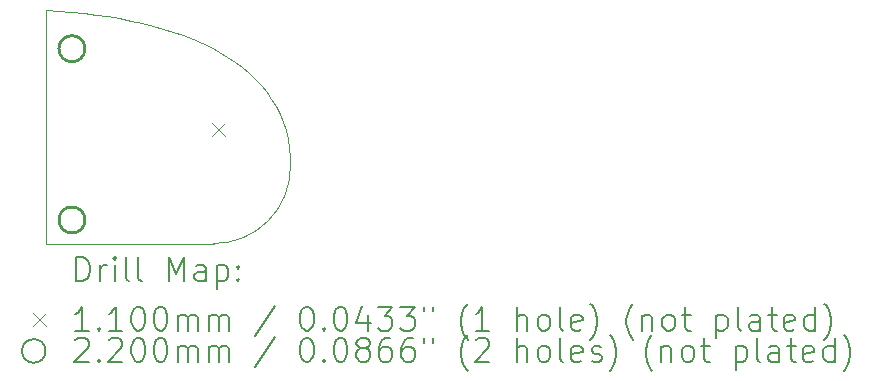
<source format=gbr>
%TF.GenerationSoftware,KiCad,Pcbnew,7.0.5*%
%TF.CreationDate,2023-06-18T14:48:46+02:00*%
%TF.ProjectId,LH_RKJXM1015004_thumb,4c485f52-4b4a-4584-9d31-303135303034,rev?*%
%TF.SameCoordinates,Original*%
%TF.FileFunction,Drillmap*%
%TF.FilePolarity,Positive*%
%FSLAX45Y45*%
G04 Gerber Fmt 4.5, Leading zero omitted, Abs format (unit mm)*
G04 Created by KiCad (PCBNEW 7.0.5) date 2023-06-18 14:48:46*
%MOMM*%
%LPD*%
G01*
G04 APERTURE LIST*
%ADD10C,0.100000*%
%ADD11C,0.200000*%
%ADD12C,0.110000*%
%ADD13C,0.220000*%
G04 APERTURE END LIST*
D10*
X7600001Y-4500001D02*
X6181686Y-4500001D01*
X7600001Y-4500001D02*
G75*
G03*
X8250001Y-3850001I-1J650001D01*
G01*
X6181686Y-2520161D02*
X6181686Y-4500001D01*
X6181686Y-2520161D02*
X6289183Y-2528051D01*
X6395148Y-2537625D01*
X6499459Y-2548932D01*
X6601990Y-2562022D01*
X6702619Y-2576942D01*
X6801223Y-2593741D01*
X6897678Y-2612469D01*
X6991861Y-2633174D01*
X7083649Y-2655904D01*
X7172918Y-2680709D01*
X7259545Y-2707637D01*
X7343406Y-2736738D01*
X7424379Y-2768059D01*
X7502340Y-2801650D01*
X7577166Y-2837560D01*
X7648733Y-2875836D01*
X7716918Y-2916529D01*
X7781598Y-2959686D01*
X7842649Y-3005357D01*
X7899949Y-3053591D01*
X7953373Y-3104435D01*
X8002798Y-3157939D01*
X8048102Y-3214152D01*
X8089160Y-3273122D01*
X8125850Y-3334898D01*
X8158048Y-3399529D01*
X8185631Y-3467064D01*
X8208475Y-3537551D01*
X8226458Y-3611040D01*
X8239455Y-3687578D01*
X8247344Y-3767216D01*
X8250001Y-3850001D01*
D11*
D12*
X7583895Y-3481173D02*
X7693895Y-3591173D01*
X7693895Y-3481173D02*
X7583895Y-3591173D01*
D13*
X6510000Y-2850000D02*
G75*
G03*
X6510000Y-2850000I-110000J0D01*
G01*
X6510000Y-4300000D02*
G75*
G03*
X6510000Y-4300000I-110000J0D01*
G01*
D11*
X6437462Y-4816485D02*
X6437462Y-4616485D01*
X6437462Y-4616485D02*
X6485081Y-4616485D01*
X6485081Y-4616485D02*
X6513653Y-4626009D01*
X6513653Y-4626009D02*
X6532700Y-4645056D01*
X6532700Y-4645056D02*
X6542224Y-4664104D01*
X6542224Y-4664104D02*
X6551748Y-4702199D01*
X6551748Y-4702199D02*
X6551748Y-4730770D01*
X6551748Y-4730770D02*
X6542224Y-4768866D01*
X6542224Y-4768866D02*
X6532700Y-4787913D01*
X6532700Y-4787913D02*
X6513653Y-4806961D01*
X6513653Y-4806961D02*
X6485081Y-4816485D01*
X6485081Y-4816485D02*
X6437462Y-4816485D01*
X6637462Y-4816485D02*
X6637462Y-4683151D01*
X6637462Y-4721247D02*
X6646986Y-4702199D01*
X6646986Y-4702199D02*
X6656510Y-4692675D01*
X6656510Y-4692675D02*
X6675558Y-4683151D01*
X6675558Y-4683151D02*
X6694605Y-4683151D01*
X6761272Y-4816485D02*
X6761272Y-4683151D01*
X6761272Y-4616485D02*
X6751748Y-4626009D01*
X6751748Y-4626009D02*
X6761272Y-4635532D01*
X6761272Y-4635532D02*
X6770796Y-4626009D01*
X6770796Y-4626009D02*
X6761272Y-4616485D01*
X6761272Y-4616485D02*
X6761272Y-4635532D01*
X6885081Y-4816485D02*
X6866034Y-4806961D01*
X6866034Y-4806961D02*
X6856510Y-4787913D01*
X6856510Y-4787913D02*
X6856510Y-4616485D01*
X6989843Y-4816485D02*
X6970796Y-4806961D01*
X6970796Y-4806961D02*
X6961272Y-4787913D01*
X6961272Y-4787913D02*
X6961272Y-4616485D01*
X7218415Y-4816485D02*
X7218415Y-4616485D01*
X7218415Y-4616485D02*
X7285081Y-4759342D01*
X7285081Y-4759342D02*
X7351748Y-4616485D01*
X7351748Y-4616485D02*
X7351748Y-4816485D01*
X7532700Y-4816485D02*
X7532700Y-4711723D01*
X7532700Y-4711723D02*
X7523177Y-4692675D01*
X7523177Y-4692675D02*
X7504129Y-4683151D01*
X7504129Y-4683151D02*
X7466034Y-4683151D01*
X7466034Y-4683151D02*
X7446986Y-4692675D01*
X7532700Y-4806961D02*
X7513653Y-4816485D01*
X7513653Y-4816485D02*
X7466034Y-4816485D01*
X7466034Y-4816485D02*
X7446986Y-4806961D01*
X7446986Y-4806961D02*
X7437462Y-4787913D01*
X7437462Y-4787913D02*
X7437462Y-4768866D01*
X7437462Y-4768866D02*
X7446986Y-4749818D01*
X7446986Y-4749818D02*
X7466034Y-4740294D01*
X7466034Y-4740294D02*
X7513653Y-4740294D01*
X7513653Y-4740294D02*
X7532700Y-4730770D01*
X7627939Y-4683151D02*
X7627939Y-4883151D01*
X7627939Y-4692675D02*
X7646986Y-4683151D01*
X7646986Y-4683151D02*
X7685081Y-4683151D01*
X7685081Y-4683151D02*
X7704129Y-4692675D01*
X7704129Y-4692675D02*
X7713653Y-4702199D01*
X7713653Y-4702199D02*
X7723177Y-4721247D01*
X7723177Y-4721247D02*
X7723177Y-4778389D01*
X7723177Y-4778389D02*
X7713653Y-4797437D01*
X7713653Y-4797437D02*
X7704129Y-4806961D01*
X7704129Y-4806961D02*
X7685081Y-4816485D01*
X7685081Y-4816485D02*
X7646986Y-4816485D01*
X7646986Y-4816485D02*
X7627939Y-4806961D01*
X7808891Y-4797437D02*
X7818415Y-4806961D01*
X7818415Y-4806961D02*
X7808891Y-4816485D01*
X7808891Y-4816485D02*
X7799367Y-4806961D01*
X7799367Y-4806961D02*
X7808891Y-4797437D01*
X7808891Y-4797437D02*
X7808891Y-4816485D01*
X7808891Y-4692675D02*
X7818415Y-4702199D01*
X7818415Y-4702199D02*
X7808891Y-4711723D01*
X7808891Y-4711723D02*
X7799367Y-4702199D01*
X7799367Y-4702199D02*
X7808891Y-4692675D01*
X7808891Y-4692675D02*
X7808891Y-4711723D01*
D12*
X6066686Y-5090001D02*
X6176686Y-5200001D01*
X6176686Y-5090001D02*
X6066686Y-5200001D01*
D11*
X6542224Y-5236485D02*
X6427939Y-5236485D01*
X6485081Y-5236485D02*
X6485081Y-5036485D01*
X6485081Y-5036485D02*
X6466034Y-5065056D01*
X6466034Y-5065056D02*
X6446986Y-5084104D01*
X6446986Y-5084104D02*
X6427939Y-5093628D01*
X6627939Y-5217437D02*
X6637462Y-5226961D01*
X6637462Y-5226961D02*
X6627939Y-5236485D01*
X6627939Y-5236485D02*
X6618415Y-5226961D01*
X6618415Y-5226961D02*
X6627939Y-5217437D01*
X6627939Y-5217437D02*
X6627939Y-5236485D01*
X6827939Y-5236485D02*
X6713653Y-5236485D01*
X6770796Y-5236485D02*
X6770796Y-5036485D01*
X6770796Y-5036485D02*
X6751748Y-5065056D01*
X6751748Y-5065056D02*
X6732700Y-5084104D01*
X6732700Y-5084104D02*
X6713653Y-5093628D01*
X6951748Y-5036485D02*
X6970796Y-5036485D01*
X6970796Y-5036485D02*
X6989843Y-5046009D01*
X6989843Y-5046009D02*
X6999367Y-5055532D01*
X6999367Y-5055532D02*
X7008891Y-5074580D01*
X7008891Y-5074580D02*
X7018415Y-5112675D01*
X7018415Y-5112675D02*
X7018415Y-5160294D01*
X7018415Y-5160294D02*
X7008891Y-5198389D01*
X7008891Y-5198389D02*
X6999367Y-5217437D01*
X6999367Y-5217437D02*
X6989843Y-5226961D01*
X6989843Y-5226961D02*
X6970796Y-5236485D01*
X6970796Y-5236485D02*
X6951748Y-5236485D01*
X6951748Y-5236485D02*
X6932700Y-5226961D01*
X6932700Y-5226961D02*
X6923177Y-5217437D01*
X6923177Y-5217437D02*
X6913653Y-5198389D01*
X6913653Y-5198389D02*
X6904129Y-5160294D01*
X6904129Y-5160294D02*
X6904129Y-5112675D01*
X6904129Y-5112675D02*
X6913653Y-5074580D01*
X6913653Y-5074580D02*
X6923177Y-5055532D01*
X6923177Y-5055532D02*
X6932700Y-5046009D01*
X6932700Y-5046009D02*
X6951748Y-5036485D01*
X7142224Y-5036485D02*
X7161272Y-5036485D01*
X7161272Y-5036485D02*
X7180320Y-5046009D01*
X7180320Y-5046009D02*
X7189843Y-5055532D01*
X7189843Y-5055532D02*
X7199367Y-5074580D01*
X7199367Y-5074580D02*
X7208891Y-5112675D01*
X7208891Y-5112675D02*
X7208891Y-5160294D01*
X7208891Y-5160294D02*
X7199367Y-5198389D01*
X7199367Y-5198389D02*
X7189843Y-5217437D01*
X7189843Y-5217437D02*
X7180320Y-5226961D01*
X7180320Y-5226961D02*
X7161272Y-5236485D01*
X7161272Y-5236485D02*
X7142224Y-5236485D01*
X7142224Y-5236485D02*
X7123177Y-5226961D01*
X7123177Y-5226961D02*
X7113653Y-5217437D01*
X7113653Y-5217437D02*
X7104129Y-5198389D01*
X7104129Y-5198389D02*
X7094605Y-5160294D01*
X7094605Y-5160294D02*
X7094605Y-5112675D01*
X7094605Y-5112675D02*
X7104129Y-5074580D01*
X7104129Y-5074580D02*
X7113653Y-5055532D01*
X7113653Y-5055532D02*
X7123177Y-5046009D01*
X7123177Y-5046009D02*
X7142224Y-5036485D01*
X7294605Y-5236485D02*
X7294605Y-5103151D01*
X7294605Y-5122199D02*
X7304129Y-5112675D01*
X7304129Y-5112675D02*
X7323177Y-5103151D01*
X7323177Y-5103151D02*
X7351748Y-5103151D01*
X7351748Y-5103151D02*
X7370796Y-5112675D01*
X7370796Y-5112675D02*
X7380320Y-5131723D01*
X7380320Y-5131723D02*
X7380320Y-5236485D01*
X7380320Y-5131723D02*
X7389843Y-5112675D01*
X7389843Y-5112675D02*
X7408891Y-5103151D01*
X7408891Y-5103151D02*
X7437462Y-5103151D01*
X7437462Y-5103151D02*
X7456510Y-5112675D01*
X7456510Y-5112675D02*
X7466034Y-5131723D01*
X7466034Y-5131723D02*
X7466034Y-5236485D01*
X7561272Y-5236485D02*
X7561272Y-5103151D01*
X7561272Y-5122199D02*
X7570796Y-5112675D01*
X7570796Y-5112675D02*
X7589843Y-5103151D01*
X7589843Y-5103151D02*
X7618415Y-5103151D01*
X7618415Y-5103151D02*
X7637462Y-5112675D01*
X7637462Y-5112675D02*
X7646986Y-5131723D01*
X7646986Y-5131723D02*
X7646986Y-5236485D01*
X7646986Y-5131723D02*
X7656510Y-5112675D01*
X7656510Y-5112675D02*
X7675558Y-5103151D01*
X7675558Y-5103151D02*
X7704129Y-5103151D01*
X7704129Y-5103151D02*
X7723177Y-5112675D01*
X7723177Y-5112675D02*
X7732701Y-5131723D01*
X7732701Y-5131723D02*
X7732701Y-5236485D01*
X8123177Y-5026961D02*
X7951748Y-5284104D01*
X8380320Y-5036485D02*
X8399367Y-5036485D01*
X8399367Y-5036485D02*
X8418415Y-5046009D01*
X8418415Y-5046009D02*
X8427939Y-5055532D01*
X8427939Y-5055532D02*
X8437463Y-5074580D01*
X8437463Y-5074580D02*
X8446986Y-5112675D01*
X8446986Y-5112675D02*
X8446986Y-5160294D01*
X8446986Y-5160294D02*
X8437463Y-5198389D01*
X8437463Y-5198389D02*
X8427939Y-5217437D01*
X8427939Y-5217437D02*
X8418415Y-5226961D01*
X8418415Y-5226961D02*
X8399367Y-5236485D01*
X8399367Y-5236485D02*
X8380320Y-5236485D01*
X8380320Y-5236485D02*
X8361272Y-5226961D01*
X8361272Y-5226961D02*
X8351748Y-5217437D01*
X8351748Y-5217437D02*
X8342224Y-5198389D01*
X8342224Y-5198389D02*
X8332701Y-5160294D01*
X8332701Y-5160294D02*
X8332701Y-5112675D01*
X8332701Y-5112675D02*
X8342224Y-5074580D01*
X8342224Y-5074580D02*
X8351748Y-5055532D01*
X8351748Y-5055532D02*
X8361272Y-5046009D01*
X8361272Y-5046009D02*
X8380320Y-5036485D01*
X8532701Y-5217437D02*
X8542225Y-5226961D01*
X8542225Y-5226961D02*
X8532701Y-5236485D01*
X8532701Y-5236485D02*
X8523177Y-5226961D01*
X8523177Y-5226961D02*
X8532701Y-5217437D01*
X8532701Y-5217437D02*
X8532701Y-5236485D01*
X8666034Y-5036485D02*
X8685082Y-5036485D01*
X8685082Y-5036485D02*
X8704129Y-5046009D01*
X8704129Y-5046009D02*
X8713653Y-5055532D01*
X8713653Y-5055532D02*
X8723177Y-5074580D01*
X8723177Y-5074580D02*
X8732701Y-5112675D01*
X8732701Y-5112675D02*
X8732701Y-5160294D01*
X8732701Y-5160294D02*
X8723177Y-5198389D01*
X8723177Y-5198389D02*
X8713653Y-5217437D01*
X8713653Y-5217437D02*
X8704129Y-5226961D01*
X8704129Y-5226961D02*
X8685082Y-5236485D01*
X8685082Y-5236485D02*
X8666034Y-5236485D01*
X8666034Y-5236485D02*
X8646986Y-5226961D01*
X8646986Y-5226961D02*
X8637463Y-5217437D01*
X8637463Y-5217437D02*
X8627939Y-5198389D01*
X8627939Y-5198389D02*
X8618415Y-5160294D01*
X8618415Y-5160294D02*
X8618415Y-5112675D01*
X8618415Y-5112675D02*
X8627939Y-5074580D01*
X8627939Y-5074580D02*
X8637463Y-5055532D01*
X8637463Y-5055532D02*
X8646986Y-5046009D01*
X8646986Y-5046009D02*
X8666034Y-5036485D01*
X8904129Y-5103151D02*
X8904129Y-5236485D01*
X8856510Y-5026961D02*
X8808891Y-5169818D01*
X8808891Y-5169818D02*
X8932701Y-5169818D01*
X8989844Y-5036485D02*
X9113653Y-5036485D01*
X9113653Y-5036485D02*
X9046986Y-5112675D01*
X9046986Y-5112675D02*
X9075558Y-5112675D01*
X9075558Y-5112675D02*
X9094606Y-5122199D01*
X9094606Y-5122199D02*
X9104129Y-5131723D01*
X9104129Y-5131723D02*
X9113653Y-5150770D01*
X9113653Y-5150770D02*
X9113653Y-5198389D01*
X9113653Y-5198389D02*
X9104129Y-5217437D01*
X9104129Y-5217437D02*
X9094606Y-5226961D01*
X9094606Y-5226961D02*
X9075558Y-5236485D01*
X9075558Y-5236485D02*
X9018415Y-5236485D01*
X9018415Y-5236485D02*
X8999367Y-5226961D01*
X8999367Y-5226961D02*
X8989844Y-5217437D01*
X9180320Y-5036485D02*
X9304129Y-5036485D01*
X9304129Y-5036485D02*
X9237463Y-5112675D01*
X9237463Y-5112675D02*
X9266034Y-5112675D01*
X9266034Y-5112675D02*
X9285082Y-5122199D01*
X9285082Y-5122199D02*
X9294606Y-5131723D01*
X9294606Y-5131723D02*
X9304129Y-5150770D01*
X9304129Y-5150770D02*
X9304129Y-5198389D01*
X9304129Y-5198389D02*
X9294606Y-5217437D01*
X9294606Y-5217437D02*
X9285082Y-5226961D01*
X9285082Y-5226961D02*
X9266034Y-5236485D01*
X9266034Y-5236485D02*
X9208891Y-5236485D01*
X9208891Y-5236485D02*
X9189844Y-5226961D01*
X9189844Y-5226961D02*
X9180320Y-5217437D01*
X9380320Y-5036485D02*
X9380320Y-5074580D01*
X9456510Y-5036485D02*
X9456510Y-5074580D01*
X9751749Y-5312675D02*
X9742225Y-5303151D01*
X9742225Y-5303151D02*
X9723177Y-5274580D01*
X9723177Y-5274580D02*
X9713653Y-5255532D01*
X9713653Y-5255532D02*
X9704129Y-5226961D01*
X9704129Y-5226961D02*
X9694606Y-5179342D01*
X9694606Y-5179342D02*
X9694606Y-5141247D01*
X9694606Y-5141247D02*
X9704129Y-5093628D01*
X9704129Y-5093628D02*
X9713653Y-5065056D01*
X9713653Y-5065056D02*
X9723177Y-5046009D01*
X9723177Y-5046009D02*
X9742225Y-5017437D01*
X9742225Y-5017437D02*
X9751749Y-5007913D01*
X9932701Y-5236485D02*
X9818415Y-5236485D01*
X9875558Y-5236485D02*
X9875558Y-5036485D01*
X9875558Y-5036485D02*
X9856510Y-5065056D01*
X9856510Y-5065056D02*
X9837463Y-5084104D01*
X9837463Y-5084104D02*
X9818415Y-5093628D01*
X10170796Y-5236485D02*
X10170796Y-5036485D01*
X10256510Y-5236485D02*
X10256510Y-5131723D01*
X10256510Y-5131723D02*
X10246987Y-5112675D01*
X10246987Y-5112675D02*
X10227939Y-5103151D01*
X10227939Y-5103151D02*
X10199368Y-5103151D01*
X10199368Y-5103151D02*
X10180320Y-5112675D01*
X10180320Y-5112675D02*
X10170796Y-5122199D01*
X10380320Y-5236485D02*
X10361272Y-5226961D01*
X10361272Y-5226961D02*
X10351749Y-5217437D01*
X10351749Y-5217437D02*
X10342225Y-5198389D01*
X10342225Y-5198389D02*
X10342225Y-5141247D01*
X10342225Y-5141247D02*
X10351749Y-5122199D01*
X10351749Y-5122199D02*
X10361272Y-5112675D01*
X10361272Y-5112675D02*
X10380320Y-5103151D01*
X10380320Y-5103151D02*
X10408891Y-5103151D01*
X10408891Y-5103151D02*
X10427939Y-5112675D01*
X10427939Y-5112675D02*
X10437463Y-5122199D01*
X10437463Y-5122199D02*
X10446987Y-5141247D01*
X10446987Y-5141247D02*
X10446987Y-5198389D01*
X10446987Y-5198389D02*
X10437463Y-5217437D01*
X10437463Y-5217437D02*
X10427939Y-5226961D01*
X10427939Y-5226961D02*
X10408891Y-5236485D01*
X10408891Y-5236485D02*
X10380320Y-5236485D01*
X10561272Y-5236485D02*
X10542225Y-5226961D01*
X10542225Y-5226961D02*
X10532701Y-5207913D01*
X10532701Y-5207913D02*
X10532701Y-5036485D01*
X10713653Y-5226961D02*
X10694606Y-5236485D01*
X10694606Y-5236485D02*
X10656510Y-5236485D01*
X10656510Y-5236485D02*
X10637463Y-5226961D01*
X10637463Y-5226961D02*
X10627939Y-5207913D01*
X10627939Y-5207913D02*
X10627939Y-5131723D01*
X10627939Y-5131723D02*
X10637463Y-5112675D01*
X10637463Y-5112675D02*
X10656510Y-5103151D01*
X10656510Y-5103151D02*
X10694606Y-5103151D01*
X10694606Y-5103151D02*
X10713653Y-5112675D01*
X10713653Y-5112675D02*
X10723177Y-5131723D01*
X10723177Y-5131723D02*
X10723177Y-5150770D01*
X10723177Y-5150770D02*
X10627939Y-5169818D01*
X10789844Y-5312675D02*
X10799368Y-5303151D01*
X10799368Y-5303151D02*
X10818415Y-5274580D01*
X10818415Y-5274580D02*
X10827939Y-5255532D01*
X10827939Y-5255532D02*
X10837463Y-5226961D01*
X10837463Y-5226961D02*
X10846987Y-5179342D01*
X10846987Y-5179342D02*
X10846987Y-5141247D01*
X10846987Y-5141247D02*
X10837463Y-5093628D01*
X10837463Y-5093628D02*
X10827939Y-5065056D01*
X10827939Y-5065056D02*
X10818415Y-5046009D01*
X10818415Y-5046009D02*
X10799368Y-5017437D01*
X10799368Y-5017437D02*
X10789844Y-5007913D01*
X11151749Y-5312675D02*
X11142225Y-5303151D01*
X11142225Y-5303151D02*
X11123177Y-5274580D01*
X11123177Y-5274580D02*
X11113653Y-5255532D01*
X11113653Y-5255532D02*
X11104130Y-5226961D01*
X11104130Y-5226961D02*
X11094606Y-5179342D01*
X11094606Y-5179342D02*
X11094606Y-5141247D01*
X11094606Y-5141247D02*
X11104130Y-5093628D01*
X11104130Y-5093628D02*
X11113653Y-5065056D01*
X11113653Y-5065056D02*
X11123177Y-5046009D01*
X11123177Y-5046009D02*
X11142225Y-5017437D01*
X11142225Y-5017437D02*
X11151749Y-5007913D01*
X11227939Y-5103151D02*
X11227939Y-5236485D01*
X11227939Y-5122199D02*
X11237463Y-5112675D01*
X11237463Y-5112675D02*
X11256510Y-5103151D01*
X11256510Y-5103151D02*
X11285082Y-5103151D01*
X11285082Y-5103151D02*
X11304129Y-5112675D01*
X11304129Y-5112675D02*
X11313653Y-5131723D01*
X11313653Y-5131723D02*
X11313653Y-5236485D01*
X11437463Y-5236485D02*
X11418415Y-5226961D01*
X11418415Y-5226961D02*
X11408891Y-5217437D01*
X11408891Y-5217437D02*
X11399368Y-5198389D01*
X11399368Y-5198389D02*
X11399368Y-5141247D01*
X11399368Y-5141247D02*
X11408891Y-5122199D01*
X11408891Y-5122199D02*
X11418415Y-5112675D01*
X11418415Y-5112675D02*
X11437463Y-5103151D01*
X11437463Y-5103151D02*
X11466034Y-5103151D01*
X11466034Y-5103151D02*
X11485082Y-5112675D01*
X11485082Y-5112675D02*
X11494606Y-5122199D01*
X11494606Y-5122199D02*
X11504129Y-5141247D01*
X11504129Y-5141247D02*
X11504129Y-5198389D01*
X11504129Y-5198389D02*
X11494606Y-5217437D01*
X11494606Y-5217437D02*
X11485082Y-5226961D01*
X11485082Y-5226961D02*
X11466034Y-5236485D01*
X11466034Y-5236485D02*
X11437463Y-5236485D01*
X11561272Y-5103151D02*
X11637463Y-5103151D01*
X11589844Y-5036485D02*
X11589844Y-5207913D01*
X11589844Y-5207913D02*
X11599368Y-5226961D01*
X11599368Y-5226961D02*
X11618415Y-5236485D01*
X11618415Y-5236485D02*
X11637463Y-5236485D01*
X11856510Y-5103151D02*
X11856510Y-5303151D01*
X11856510Y-5112675D02*
X11875558Y-5103151D01*
X11875558Y-5103151D02*
X11913653Y-5103151D01*
X11913653Y-5103151D02*
X11932701Y-5112675D01*
X11932701Y-5112675D02*
X11942225Y-5122199D01*
X11942225Y-5122199D02*
X11951749Y-5141247D01*
X11951749Y-5141247D02*
X11951749Y-5198389D01*
X11951749Y-5198389D02*
X11942225Y-5217437D01*
X11942225Y-5217437D02*
X11932701Y-5226961D01*
X11932701Y-5226961D02*
X11913653Y-5236485D01*
X11913653Y-5236485D02*
X11875558Y-5236485D01*
X11875558Y-5236485D02*
X11856510Y-5226961D01*
X12066034Y-5236485D02*
X12046987Y-5226961D01*
X12046987Y-5226961D02*
X12037463Y-5207913D01*
X12037463Y-5207913D02*
X12037463Y-5036485D01*
X12227939Y-5236485D02*
X12227939Y-5131723D01*
X12227939Y-5131723D02*
X12218415Y-5112675D01*
X12218415Y-5112675D02*
X12199368Y-5103151D01*
X12199368Y-5103151D02*
X12161272Y-5103151D01*
X12161272Y-5103151D02*
X12142225Y-5112675D01*
X12227939Y-5226961D02*
X12208891Y-5236485D01*
X12208891Y-5236485D02*
X12161272Y-5236485D01*
X12161272Y-5236485D02*
X12142225Y-5226961D01*
X12142225Y-5226961D02*
X12132701Y-5207913D01*
X12132701Y-5207913D02*
X12132701Y-5188866D01*
X12132701Y-5188866D02*
X12142225Y-5169818D01*
X12142225Y-5169818D02*
X12161272Y-5160294D01*
X12161272Y-5160294D02*
X12208891Y-5160294D01*
X12208891Y-5160294D02*
X12227939Y-5150770D01*
X12294606Y-5103151D02*
X12370796Y-5103151D01*
X12323177Y-5036485D02*
X12323177Y-5207913D01*
X12323177Y-5207913D02*
X12332701Y-5226961D01*
X12332701Y-5226961D02*
X12351749Y-5236485D01*
X12351749Y-5236485D02*
X12370796Y-5236485D01*
X12513653Y-5226961D02*
X12494606Y-5236485D01*
X12494606Y-5236485D02*
X12456510Y-5236485D01*
X12456510Y-5236485D02*
X12437463Y-5226961D01*
X12437463Y-5226961D02*
X12427939Y-5207913D01*
X12427939Y-5207913D02*
X12427939Y-5131723D01*
X12427939Y-5131723D02*
X12437463Y-5112675D01*
X12437463Y-5112675D02*
X12456510Y-5103151D01*
X12456510Y-5103151D02*
X12494606Y-5103151D01*
X12494606Y-5103151D02*
X12513653Y-5112675D01*
X12513653Y-5112675D02*
X12523177Y-5131723D01*
X12523177Y-5131723D02*
X12523177Y-5150770D01*
X12523177Y-5150770D02*
X12427939Y-5169818D01*
X12694606Y-5236485D02*
X12694606Y-5036485D01*
X12694606Y-5226961D02*
X12675558Y-5236485D01*
X12675558Y-5236485D02*
X12637463Y-5236485D01*
X12637463Y-5236485D02*
X12618415Y-5226961D01*
X12618415Y-5226961D02*
X12608891Y-5217437D01*
X12608891Y-5217437D02*
X12599368Y-5198389D01*
X12599368Y-5198389D02*
X12599368Y-5141247D01*
X12599368Y-5141247D02*
X12608891Y-5122199D01*
X12608891Y-5122199D02*
X12618415Y-5112675D01*
X12618415Y-5112675D02*
X12637463Y-5103151D01*
X12637463Y-5103151D02*
X12675558Y-5103151D01*
X12675558Y-5103151D02*
X12694606Y-5112675D01*
X12770796Y-5312675D02*
X12780320Y-5303151D01*
X12780320Y-5303151D02*
X12799368Y-5274580D01*
X12799368Y-5274580D02*
X12808891Y-5255532D01*
X12808891Y-5255532D02*
X12818415Y-5226961D01*
X12818415Y-5226961D02*
X12827939Y-5179342D01*
X12827939Y-5179342D02*
X12827939Y-5141247D01*
X12827939Y-5141247D02*
X12818415Y-5093628D01*
X12818415Y-5093628D02*
X12808891Y-5065056D01*
X12808891Y-5065056D02*
X12799368Y-5046009D01*
X12799368Y-5046009D02*
X12780320Y-5017437D01*
X12780320Y-5017437D02*
X12770796Y-5007913D01*
X6176686Y-5409001D02*
G75*
G03*
X6176686Y-5409001I-100000J0D01*
G01*
X6427939Y-5319532D02*
X6437462Y-5310009D01*
X6437462Y-5310009D02*
X6456510Y-5300485D01*
X6456510Y-5300485D02*
X6504129Y-5300485D01*
X6504129Y-5300485D02*
X6523177Y-5310009D01*
X6523177Y-5310009D02*
X6532700Y-5319532D01*
X6532700Y-5319532D02*
X6542224Y-5338580D01*
X6542224Y-5338580D02*
X6542224Y-5357628D01*
X6542224Y-5357628D02*
X6532700Y-5386199D01*
X6532700Y-5386199D02*
X6418415Y-5500485D01*
X6418415Y-5500485D02*
X6542224Y-5500485D01*
X6627939Y-5481437D02*
X6637462Y-5490961D01*
X6637462Y-5490961D02*
X6627939Y-5500485D01*
X6627939Y-5500485D02*
X6618415Y-5490961D01*
X6618415Y-5490961D02*
X6627939Y-5481437D01*
X6627939Y-5481437D02*
X6627939Y-5500485D01*
X6713653Y-5319532D02*
X6723177Y-5310009D01*
X6723177Y-5310009D02*
X6742224Y-5300485D01*
X6742224Y-5300485D02*
X6789843Y-5300485D01*
X6789843Y-5300485D02*
X6808891Y-5310009D01*
X6808891Y-5310009D02*
X6818415Y-5319532D01*
X6818415Y-5319532D02*
X6827939Y-5338580D01*
X6827939Y-5338580D02*
X6827939Y-5357628D01*
X6827939Y-5357628D02*
X6818415Y-5386199D01*
X6818415Y-5386199D02*
X6704129Y-5500485D01*
X6704129Y-5500485D02*
X6827939Y-5500485D01*
X6951748Y-5300485D02*
X6970796Y-5300485D01*
X6970796Y-5300485D02*
X6989843Y-5310009D01*
X6989843Y-5310009D02*
X6999367Y-5319532D01*
X6999367Y-5319532D02*
X7008891Y-5338580D01*
X7008891Y-5338580D02*
X7018415Y-5376675D01*
X7018415Y-5376675D02*
X7018415Y-5424294D01*
X7018415Y-5424294D02*
X7008891Y-5462389D01*
X7008891Y-5462389D02*
X6999367Y-5481437D01*
X6999367Y-5481437D02*
X6989843Y-5490961D01*
X6989843Y-5490961D02*
X6970796Y-5500485D01*
X6970796Y-5500485D02*
X6951748Y-5500485D01*
X6951748Y-5500485D02*
X6932700Y-5490961D01*
X6932700Y-5490961D02*
X6923177Y-5481437D01*
X6923177Y-5481437D02*
X6913653Y-5462389D01*
X6913653Y-5462389D02*
X6904129Y-5424294D01*
X6904129Y-5424294D02*
X6904129Y-5376675D01*
X6904129Y-5376675D02*
X6913653Y-5338580D01*
X6913653Y-5338580D02*
X6923177Y-5319532D01*
X6923177Y-5319532D02*
X6932700Y-5310009D01*
X6932700Y-5310009D02*
X6951748Y-5300485D01*
X7142224Y-5300485D02*
X7161272Y-5300485D01*
X7161272Y-5300485D02*
X7180320Y-5310009D01*
X7180320Y-5310009D02*
X7189843Y-5319532D01*
X7189843Y-5319532D02*
X7199367Y-5338580D01*
X7199367Y-5338580D02*
X7208891Y-5376675D01*
X7208891Y-5376675D02*
X7208891Y-5424294D01*
X7208891Y-5424294D02*
X7199367Y-5462389D01*
X7199367Y-5462389D02*
X7189843Y-5481437D01*
X7189843Y-5481437D02*
X7180320Y-5490961D01*
X7180320Y-5490961D02*
X7161272Y-5500485D01*
X7161272Y-5500485D02*
X7142224Y-5500485D01*
X7142224Y-5500485D02*
X7123177Y-5490961D01*
X7123177Y-5490961D02*
X7113653Y-5481437D01*
X7113653Y-5481437D02*
X7104129Y-5462389D01*
X7104129Y-5462389D02*
X7094605Y-5424294D01*
X7094605Y-5424294D02*
X7094605Y-5376675D01*
X7094605Y-5376675D02*
X7104129Y-5338580D01*
X7104129Y-5338580D02*
X7113653Y-5319532D01*
X7113653Y-5319532D02*
X7123177Y-5310009D01*
X7123177Y-5310009D02*
X7142224Y-5300485D01*
X7294605Y-5500485D02*
X7294605Y-5367151D01*
X7294605Y-5386199D02*
X7304129Y-5376675D01*
X7304129Y-5376675D02*
X7323177Y-5367151D01*
X7323177Y-5367151D02*
X7351748Y-5367151D01*
X7351748Y-5367151D02*
X7370796Y-5376675D01*
X7370796Y-5376675D02*
X7380320Y-5395723D01*
X7380320Y-5395723D02*
X7380320Y-5500485D01*
X7380320Y-5395723D02*
X7389843Y-5376675D01*
X7389843Y-5376675D02*
X7408891Y-5367151D01*
X7408891Y-5367151D02*
X7437462Y-5367151D01*
X7437462Y-5367151D02*
X7456510Y-5376675D01*
X7456510Y-5376675D02*
X7466034Y-5395723D01*
X7466034Y-5395723D02*
X7466034Y-5500485D01*
X7561272Y-5500485D02*
X7561272Y-5367151D01*
X7561272Y-5386199D02*
X7570796Y-5376675D01*
X7570796Y-5376675D02*
X7589843Y-5367151D01*
X7589843Y-5367151D02*
X7618415Y-5367151D01*
X7618415Y-5367151D02*
X7637462Y-5376675D01*
X7637462Y-5376675D02*
X7646986Y-5395723D01*
X7646986Y-5395723D02*
X7646986Y-5500485D01*
X7646986Y-5395723D02*
X7656510Y-5376675D01*
X7656510Y-5376675D02*
X7675558Y-5367151D01*
X7675558Y-5367151D02*
X7704129Y-5367151D01*
X7704129Y-5367151D02*
X7723177Y-5376675D01*
X7723177Y-5376675D02*
X7732701Y-5395723D01*
X7732701Y-5395723D02*
X7732701Y-5500485D01*
X8123177Y-5290961D02*
X7951748Y-5548104D01*
X8380320Y-5300485D02*
X8399367Y-5300485D01*
X8399367Y-5300485D02*
X8418415Y-5310009D01*
X8418415Y-5310009D02*
X8427939Y-5319532D01*
X8427939Y-5319532D02*
X8437463Y-5338580D01*
X8437463Y-5338580D02*
X8446986Y-5376675D01*
X8446986Y-5376675D02*
X8446986Y-5424294D01*
X8446986Y-5424294D02*
X8437463Y-5462389D01*
X8437463Y-5462389D02*
X8427939Y-5481437D01*
X8427939Y-5481437D02*
X8418415Y-5490961D01*
X8418415Y-5490961D02*
X8399367Y-5500485D01*
X8399367Y-5500485D02*
X8380320Y-5500485D01*
X8380320Y-5500485D02*
X8361272Y-5490961D01*
X8361272Y-5490961D02*
X8351748Y-5481437D01*
X8351748Y-5481437D02*
X8342224Y-5462389D01*
X8342224Y-5462389D02*
X8332701Y-5424294D01*
X8332701Y-5424294D02*
X8332701Y-5376675D01*
X8332701Y-5376675D02*
X8342224Y-5338580D01*
X8342224Y-5338580D02*
X8351748Y-5319532D01*
X8351748Y-5319532D02*
X8361272Y-5310009D01*
X8361272Y-5310009D02*
X8380320Y-5300485D01*
X8532701Y-5481437D02*
X8542225Y-5490961D01*
X8542225Y-5490961D02*
X8532701Y-5500485D01*
X8532701Y-5500485D02*
X8523177Y-5490961D01*
X8523177Y-5490961D02*
X8532701Y-5481437D01*
X8532701Y-5481437D02*
X8532701Y-5500485D01*
X8666034Y-5300485D02*
X8685082Y-5300485D01*
X8685082Y-5300485D02*
X8704129Y-5310009D01*
X8704129Y-5310009D02*
X8713653Y-5319532D01*
X8713653Y-5319532D02*
X8723177Y-5338580D01*
X8723177Y-5338580D02*
X8732701Y-5376675D01*
X8732701Y-5376675D02*
X8732701Y-5424294D01*
X8732701Y-5424294D02*
X8723177Y-5462389D01*
X8723177Y-5462389D02*
X8713653Y-5481437D01*
X8713653Y-5481437D02*
X8704129Y-5490961D01*
X8704129Y-5490961D02*
X8685082Y-5500485D01*
X8685082Y-5500485D02*
X8666034Y-5500485D01*
X8666034Y-5500485D02*
X8646986Y-5490961D01*
X8646986Y-5490961D02*
X8637463Y-5481437D01*
X8637463Y-5481437D02*
X8627939Y-5462389D01*
X8627939Y-5462389D02*
X8618415Y-5424294D01*
X8618415Y-5424294D02*
X8618415Y-5376675D01*
X8618415Y-5376675D02*
X8627939Y-5338580D01*
X8627939Y-5338580D02*
X8637463Y-5319532D01*
X8637463Y-5319532D02*
X8646986Y-5310009D01*
X8646986Y-5310009D02*
X8666034Y-5300485D01*
X8846986Y-5386199D02*
X8827939Y-5376675D01*
X8827939Y-5376675D02*
X8818415Y-5367151D01*
X8818415Y-5367151D02*
X8808891Y-5348104D01*
X8808891Y-5348104D02*
X8808891Y-5338580D01*
X8808891Y-5338580D02*
X8818415Y-5319532D01*
X8818415Y-5319532D02*
X8827939Y-5310009D01*
X8827939Y-5310009D02*
X8846986Y-5300485D01*
X8846986Y-5300485D02*
X8885082Y-5300485D01*
X8885082Y-5300485D02*
X8904129Y-5310009D01*
X8904129Y-5310009D02*
X8913653Y-5319532D01*
X8913653Y-5319532D02*
X8923177Y-5338580D01*
X8923177Y-5338580D02*
X8923177Y-5348104D01*
X8923177Y-5348104D02*
X8913653Y-5367151D01*
X8913653Y-5367151D02*
X8904129Y-5376675D01*
X8904129Y-5376675D02*
X8885082Y-5386199D01*
X8885082Y-5386199D02*
X8846986Y-5386199D01*
X8846986Y-5386199D02*
X8827939Y-5395723D01*
X8827939Y-5395723D02*
X8818415Y-5405247D01*
X8818415Y-5405247D02*
X8808891Y-5424294D01*
X8808891Y-5424294D02*
X8808891Y-5462389D01*
X8808891Y-5462389D02*
X8818415Y-5481437D01*
X8818415Y-5481437D02*
X8827939Y-5490961D01*
X8827939Y-5490961D02*
X8846986Y-5500485D01*
X8846986Y-5500485D02*
X8885082Y-5500485D01*
X8885082Y-5500485D02*
X8904129Y-5490961D01*
X8904129Y-5490961D02*
X8913653Y-5481437D01*
X8913653Y-5481437D02*
X8923177Y-5462389D01*
X8923177Y-5462389D02*
X8923177Y-5424294D01*
X8923177Y-5424294D02*
X8913653Y-5405247D01*
X8913653Y-5405247D02*
X8904129Y-5395723D01*
X8904129Y-5395723D02*
X8885082Y-5386199D01*
X9094606Y-5300485D02*
X9056510Y-5300485D01*
X9056510Y-5300485D02*
X9037463Y-5310009D01*
X9037463Y-5310009D02*
X9027939Y-5319532D01*
X9027939Y-5319532D02*
X9008891Y-5348104D01*
X9008891Y-5348104D02*
X8999367Y-5386199D01*
X8999367Y-5386199D02*
X8999367Y-5462389D01*
X8999367Y-5462389D02*
X9008891Y-5481437D01*
X9008891Y-5481437D02*
X9018415Y-5490961D01*
X9018415Y-5490961D02*
X9037463Y-5500485D01*
X9037463Y-5500485D02*
X9075558Y-5500485D01*
X9075558Y-5500485D02*
X9094606Y-5490961D01*
X9094606Y-5490961D02*
X9104129Y-5481437D01*
X9104129Y-5481437D02*
X9113653Y-5462389D01*
X9113653Y-5462389D02*
X9113653Y-5414770D01*
X9113653Y-5414770D02*
X9104129Y-5395723D01*
X9104129Y-5395723D02*
X9094606Y-5386199D01*
X9094606Y-5386199D02*
X9075558Y-5376675D01*
X9075558Y-5376675D02*
X9037463Y-5376675D01*
X9037463Y-5376675D02*
X9018415Y-5386199D01*
X9018415Y-5386199D02*
X9008891Y-5395723D01*
X9008891Y-5395723D02*
X8999367Y-5414770D01*
X9285082Y-5300485D02*
X9246986Y-5300485D01*
X9246986Y-5300485D02*
X9227939Y-5310009D01*
X9227939Y-5310009D02*
X9218415Y-5319532D01*
X9218415Y-5319532D02*
X9199367Y-5348104D01*
X9199367Y-5348104D02*
X9189844Y-5386199D01*
X9189844Y-5386199D02*
X9189844Y-5462389D01*
X9189844Y-5462389D02*
X9199367Y-5481437D01*
X9199367Y-5481437D02*
X9208891Y-5490961D01*
X9208891Y-5490961D02*
X9227939Y-5500485D01*
X9227939Y-5500485D02*
X9266034Y-5500485D01*
X9266034Y-5500485D02*
X9285082Y-5490961D01*
X9285082Y-5490961D02*
X9294606Y-5481437D01*
X9294606Y-5481437D02*
X9304129Y-5462389D01*
X9304129Y-5462389D02*
X9304129Y-5414770D01*
X9304129Y-5414770D02*
X9294606Y-5395723D01*
X9294606Y-5395723D02*
X9285082Y-5386199D01*
X9285082Y-5386199D02*
X9266034Y-5376675D01*
X9266034Y-5376675D02*
X9227939Y-5376675D01*
X9227939Y-5376675D02*
X9208891Y-5386199D01*
X9208891Y-5386199D02*
X9199367Y-5395723D01*
X9199367Y-5395723D02*
X9189844Y-5414770D01*
X9380320Y-5300485D02*
X9380320Y-5338580D01*
X9456510Y-5300485D02*
X9456510Y-5338580D01*
X9751749Y-5576675D02*
X9742225Y-5567151D01*
X9742225Y-5567151D02*
X9723177Y-5538580D01*
X9723177Y-5538580D02*
X9713653Y-5519532D01*
X9713653Y-5519532D02*
X9704129Y-5490961D01*
X9704129Y-5490961D02*
X9694606Y-5443342D01*
X9694606Y-5443342D02*
X9694606Y-5405247D01*
X9694606Y-5405247D02*
X9704129Y-5357628D01*
X9704129Y-5357628D02*
X9713653Y-5329056D01*
X9713653Y-5329056D02*
X9723177Y-5310009D01*
X9723177Y-5310009D02*
X9742225Y-5281437D01*
X9742225Y-5281437D02*
X9751749Y-5271913D01*
X9818415Y-5319532D02*
X9827939Y-5310009D01*
X9827939Y-5310009D02*
X9846987Y-5300485D01*
X9846987Y-5300485D02*
X9894606Y-5300485D01*
X9894606Y-5300485D02*
X9913653Y-5310009D01*
X9913653Y-5310009D02*
X9923177Y-5319532D01*
X9923177Y-5319532D02*
X9932701Y-5338580D01*
X9932701Y-5338580D02*
X9932701Y-5357628D01*
X9932701Y-5357628D02*
X9923177Y-5386199D01*
X9923177Y-5386199D02*
X9808891Y-5500485D01*
X9808891Y-5500485D02*
X9932701Y-5500485D01*
X10170796Y-5500485D02*
X10170796Y-5300485D01*
X10256510Y-5500485D02*
X10256510Y-5395723D01*
X10256510Y-5395723D02*
X10246987Y-5376675D01*
X10246987Y-5376675D02*
X10227939Y-5367151D01*
X10227939Y-5367151D02*
X10199368Y-5367151D01*
X10199368Y-5367151D02*
X10180320Y-5376675D01*
X10180320Y-5376675D02*
X10170796Y-5386199D01*
X10380320Y-5500485D02*
X10361272Y-5490961D01*
X10361272Y-5490961D02*
X10351749Y-5481437D01*
X10351749Y-5481437D02*
X10342225Y-5462389D01*
X10342225Y-5462389D02*
X10342225Y-5405247D01*
X10342225Y-5405247D02*
X10351749Y-5386199D01*
X10351749Y-5386199D02*
X10361272Y-5376675D01*
X10361272Y-5376675D02*
X10380320Y-5367151D01*
X10380320Y-5367151D02*
X10408891Y-5367151D01*
X10408891Y-5367151D02*
X10427939Y-5376675D01*
X10427939Y-5376675D02*
X10437463Y-5386199D01*
X10437463Y-5386199D02*
X10446987Y-5405247D01*
X10446987Y-5405247D02*
X10446987Y-5462389D01*
X10446987Y-5462389D02*
X10437463Y-5481437D01*
X10437463Y-5481437D02*
X10427939Y-5490961D01*
X10427939Y-5490961D02*
X10408891Y-5500485D01*
X10408891Y-5500485D02*
X10380320Y-5500485D01*
X10561272Y-5500485D02*
X10542225Y-5490961D01*
X10542225Y-5490961D02*
X10532701Y-5471913D01*
X10532701Y-5471913D02*
X10532701Y-5300485D01*
X10713653Y-5490961D02*
X10694606Y-5500485D01*
X10694606Y-5500485D02*
X10656510Y-5500485D01*
X10656510Y-5500485D02*
X10637463Y-5490961D01*
X10637463Y-5490961D02*
X10627939Y-5471913D01*
X10627939Y-5471913D02*
X10627939Y-5395723D01*
X10627939Y-5395723D02*
X10637463Y-5376675D01*
X10637463Y-5376675D02*
X10656510Y-5367151D01*
X10656510Y-5367151D02*
X10694606Y-5367151D01*
X10694606Y-5367151D02*
X10713653Y-5376675D01*
X10713653Y-5376675D02*
X10723177Y-5395723D01*
X10723177Y-5395723D02*
X10723177Y-5414770D01*
X10723177Y-5414770D02*
X10627939Y-5433818D01*
X10799368Y-5490961D02*
X10818415Y-5500485D01*
X10818415Y-5500485D02*
X10856510Y-5500485D01*
X10856510Y-5500485D02*
X10875558Y-5490961D01*
X10875558Y-5490961D02*
X10885082Y-5471913D01*
X10885082Y-5471913D02*
X10885082Y-5462389D01*
X10885082Y-5462389D02*
X10875558Y-5443342D01*
X10875558Y-5443342D02*
X10856510Y-5433818D01*
X10856510Y-5433818D02*
X10827939Y-5433818D01*
X10827939Y-5433818D02*
X10808891Y-5424294D01*
X10808891Y-5424294D02*
X10799368Y-5405247D01*
X10799368Y-5405247D02*
X10799368Y-5395723D01*
X10799368Y-5395723D02*
X10808891Y-5376675D01*
X10808891Y-5376675D02*
X10827939Y-5367151D01*
X10827939Y-5367151D02*
X10856510Y-5367151D01*
X10856510Y-5367151D02*
X10875558Y-5376675D01*
X10951749Y-5576675D02*
X10961272Y-5567151D01*
X10961272Y-5567151D02*
X10980320Y-5538580D01*
X10980320Y-5538580D02*
X10989844Y-5519532D01*
X10989844Y-5519532D02*
X10999368Y-5490961D01*
X10999368Y-5490961D02*
X11008891Y-5443342D01*
X11008891Y-5443342D02*
X11008891Y-5405247D01*
X11008891Y-5405247D02*
X10999368Y-5357628D01*
X10999368Y-5357628D02*
X10989844Y-5329056D01*
X10989844Y-5329056D02*
X10980320Y-5310009D01*
X10980320Y-5310009D02*
X10961272Y-5281437D01*
X10961272Y-5281437D02*
X10951749Y-5271913D01*
X11313653Y-5576675D02*
X11304129Y-5567151D01*
X11304129Y-5567151D02*
X11285082Y-5538580D01*
X11285082Y-5538580D02*
X11275558Y-5519532D01*
X11275558Y-5519532D02*
X11266034Y-5490961D01*
X11266034Y-5490961D02*
X11256510Y-5443342D01*
X11256510Y-5443342D02*
X11256510Y-5405247D01*
X11256510Y-5405247D02*
X11266034Y-5357628D01*
X11266034Y-5357628D02*
X11275558Y-5329056D01*
X11275558Y-5329056D02*
X11285082Y-5310009D01*
X11285082Y-5310009D02*
X11304129Y-5281437D01*
X11304129Y-5281437D02*
X11313653Y-5271913D01*
X11389844Y-5367151D02*
X11389844Y-5500485D01*
X11389844Y-5386199D02*
X11399368Y-5376675D01*
X11399368Y-5376675D02*
X11418415Y-5367151D01*
X11418415Y-5367151D02*
X11446987Y-5367151D01*
X11446987Y-5367151D02*
X11466034Y-5376675D01*
X11466034Y-5376675D02*
X11475558Y-5395723D01*
X11475558Y-5395723D02*
X11475558Y-5500485D01*
X11599368Y-5500485D02*
X11580320Y-5490961D01*
X11580320Y-5490961D02*
X11570796Y-5481437D01*
X11570796Y-5481437D02*
X11561272Y-5462389D01*
X11561272Y-5462389D02*
X11561272Y-5405247D01*
X11561272Y-5405247D02*
X11570796Y-5386199D01*
X11570796Y-5386199D02*
X11580320Y-5376675D01*
X11580320Y-5376675D02*
X11599368Y-5367151D01*
X11599368Y-5367151D02*
X11627939Y-5367151D01*
X11627939Y-5367151D02*
X11646987Y-5376675D01*
X11646987Y-5376675D02*
X11656510Y-5386199D01*
X11656510Y-5386199D02*
X11666034Y-5405247D01*
X11666034Y-5405247D02*
X11666034Y-5462389D01*
X11666034Y-5462389D02*
X11656510Y-5481437D01*
X11656510Y-5481437D02*
X11646987Y-5490961D01*
X11646987Y-5490961D02*
X11627939Y-5500485D01*
X11627939Y-5500485D02*
X11599368Y-5500485D01*
X11723177Y-5367151D02*
X11799368Y-5367151D01*
X11751749Y-5300485D02*
X11751749Y-5471913D01*
X11751749Y-5471913D02*
X11761272Y-5490961D01*
X11761272Y-5490961D02*
X11780320Y-5500485D01*
X11780320Y-5500485D02*
X11799368Y-5500485D01*
X12018415Y-5367151D02*
X12018415Y-5567151D01*
X12018415Y-5376675D02*
X12037463Y-5367151D01*
X12037463Y-5367151D02*
X12075558Y-5367151D01*
X12075558Y-5367151D02*
X12094606Y-5376675D01*
X12094606Y-5376675D02*
X12104130Y-5386199D01*
X12104130Y-5386199D02*
X12113653Y-5405247D01*
X12113653Y-5405247D02*
X12113653Y-5462389D01*
X12113653Y-5462389D02*
X12104130Y-5481437D01*
X12104130Y-5481437D02*
X12094606Y-5490961D01*
X12094606Y-5490961D02*
X12075558Y-5500485D01*
X12075558Y-5500485D02*
X12037463Y-5500485D01*
X12037463Y-5500485D02*
X12018415Y-5490961D01*
X12227939Y-5500485D02*
X12208891Y-5490961D01*
X12208891Y-5490961D02*
X12199368Y-5471913D01*
X12199368Y-5471913D02*
X12199368Y-5300485D01*
X12389844Y-5500485D02*
X12389844Y-5395723D01*
X12389844Y-5395723D02*
X12380320Y-5376675D01*
X12380320Y-5376675D02*
X12361272Y-5367151D01*
X12361272Y-5367151D02*
X12323177Y-5367151D01*
X12323177Y-5367151D02*
X12304130Y-5376675D01*
X12389844Y-5490961D02*
X12370796Y-5500485D01*
X12370796Y-5500485D02*
X12323177Y-5500485D01*
X12323177Y-5500485D02*
X12304130Y-5490961D01*
X12304130Y-5490961D02*
X12294606Y-5471913D01*
X12294606Y-5471913D02*
X12294606Y-5452866D01*
X12294606Y-5452866D02*
X12304130Y-5433818D01*
X12304130Y-5433818D02*
X12323177Y-5424294D01*
X12323177Y-5424294D02*
X12370796Y-5424294D01*
X12370796Y-5424294D02*
X12389844Y-5414770D01*
X12456511Y-5367151D02*
X12532701Y-5367151D01*
X12485082Y-5300485D02*
X12485082Y-5471913D01*
X12485082Y-5471913D02*
X12494606Y-5490961D01*
X12494606Y-5490961D02*
X12513653Y-5500485D01*
X12513653Y-5500485D02*
X12532701Y-5500485D01*
X12675558Y-5490961D02*
X12656511Y-5500485D01*
X12656511Y-5500485D02*
X12618415Y-5500485D01*
X12618415Y-5500485D02*
X12599368Y-5490961D01*
X12599368Y-5490961D02*
X12589844Y-5471913D01*
X12589844Y-5471913D02*
X12589844Y-5395723D01*
X12589844Y-5395723D02*
X12599368Y-5376675D01*
X12599368Y-5376675D02*
X12618415Y-5367151D01*
X12618415Y-5367151D02*
X12656511Y-5367151D01*
X12656511Y-5367151D02*
X12675558Y-5376675D01*
X12675558Y-5376675D02*
X12685082Y-5395723D01*
X12685082Y-5395723D02*
X12685082Y-5414770D01*
X12685082Y-5414770D02*
X12589844Y-5433818D01*
X12856511Y-5500485D02*
X12856511Y-5300485D01*
X12856511Y-5490961D02*
X12837463Y-5500485D01*
X12837463Y-5500485D02*
X12799368Y-5500485D01*
X12799368Y-5500485D02*
X12780320Y-5490961D01*
X12780320Y-5490961D02*
X12770796Y-5481437D01*
X12770796Y-5481437D02*
X12761272Y-5462389D01*
X12761272Y-5462389D02*
X12761272Y-5405247D01*
X12761272Y-5405247D02*
X12770796Y-5386199D01*
X12770796Y-5386199D02*
X12780320Y-5376675D01*
X12780320Y-5376675D02*
X12799368Y-5367151D01*
X12799368Y-5367151D02*
X12837463Y-5367151D01*
X12837463Y-5367151D02*
X12856511Y-5376675D01*
X12932701Y-5576675D02*
X12942225Y-5567151D01*
X12942225Y-5567151D02*
X12961272Y-5538580D01*
X12961272Y-5538580D02*
X12970796Y-5519532D01*
X12970796Y-5519532D02*
X12980320Y-5490961D01*
X12980320Y-5490961D02*
X12989844Y-5443342D01*
X12989844Y-5443342D02*
X12989844Y-5405247D01*
X12989844Y-5405247D02*
X12980320Y-5357628D01*
X12980320Y-5357628D02*
X12970796Y-5329056D01*
X12970796Y-5329056D02*
X12961272Y-5310009D01*
X12961272Y-5310009D02*
X12942225Y-5281437D01*
X12942225Y-5281437D02*
X12932701Y-5271913D01*
M02*

</source>
